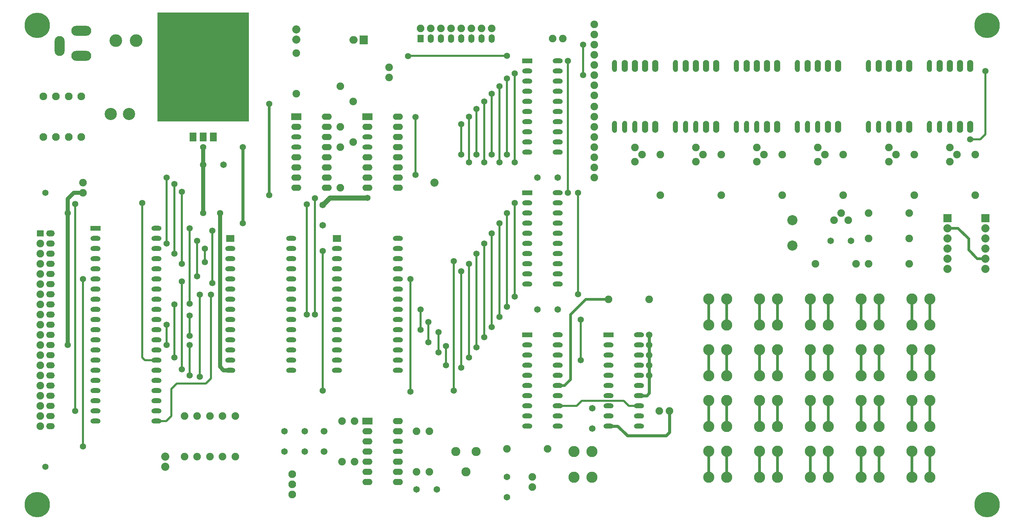
<source format=gtl>
G04 Layer_Physical_Order=1*
G04 Layer_Color=255*
%FSLAX25Y25*%
%MOIN*%
G70*
G01*
G75*
%ADD10C,0.05000*%
%ADD11C,0.02500*%
%ADD12C,0.04000*%
%ADD13C,0.02000*%
%ADD14C,0.03000*%
%ADD15R,0.90000X1.07500*%
%ADD16O,0.19700X0.09800*%
%ADD17O,0.09800X0.19700*%
%ADD18C,0.08000*%
%ADD19R,0.08000X0.08000*%
%ADD20C,0.06500*%
%ADD21C,0.17716*%
%ADD22R,0.07000X0.09000*%
%ADD23C,0.25000*%
%ADD24C,0.07600*%
%ADD25O,0.08000X0.07600*%
%ADD26R,0.08000X0.08500*%
%ADD27C,0.09000*%
%ADD28C,0.07500*%
%ADD29C,0.12000*%
%ADD30R,0.06000X0.07500*%
%ADD31O,0.06000X0.08500*%
%ADD32R,0.10000X0.05000*%
%ADD33O,0.10000X0.05000*%
%ADD34R,0.08000X0.06500*%
%ADD35O,0.10000X0.06000*%
%ADD36R,0.10000X0.07000*%
%ADD37C,0.10000*%
%ADD38C,0.12500*%
%ADD39O,0.05000X0.12000*%
%ADD40O,0.06000X0.12000*%
%ADD41C,0.11000*%
%ADD42R,0.07000X0.06000*%
%ADD43O,0.08500X0.06000*%
%ADD44C,0.06693*%
%ADD45C,0.06200*%
%ADD46C,0.05000*%
D10*
X917000Y705000D02*
X954000D01*
X910000Y698000D02*
X917000Y705000D01*
D11*
X1546000Y653500D02*
Y664500D01*
X1535500Y675000D02*
X1546000Y664500D01*
X1525000Y675000D02*
X1535500D01*
X1554500Y645000D02*
X1562500D01*
X1546000Y653500D02*
X1554500Y645000D01*
X1169000Y605000D02*
X1191000D01*
X1154000Y590000D02*
X1169000Y605000D01*
X1340150Y479700D02*
Y505300D01*
Y429700D02*
Y455300D01*
X1507850Y579700D02*
Y605300D01*
X1457850Y579700D02*
Y605300D01*
X1407850Y579700D02*
Y605300D01*
X1340150Y579700D02*
Y605300D01*
Y529700D02*
Y555300D01*
X1290150Y579700D02*
Y605300D01*
X1307850Y579700D02*
Y605300D01*
X1290150Y529700D02*
Y555300D01*
X1357850Y579700D02*
Y605300D01*
Y529700D02*
Y555300D01*
X1390150Y579700D02*
Y605300D01*
X1307850Y529700D02*
Y555300D01*
X1440150Y579700D02*
Y605300D01*
X1457850Y529700D02*
Y555300D01*
X1490150Y579700D02*
Y605300D01*
X1507850Y529700D02*
Y555300D01*
X1290150Y479700D02*
Y505300D01*
X1357850Y479700D02*
Y505300D01*
X1407850Y529700D02*
Y555300D01*
X1390150Y529700D02*
Y555300D01*
X1407850Y479700D02*
Y505300D01*
X1440150Y529700D02*
Y555300D01*
X1307850Y479700D02*
Y505300D01*
X1490150Y529700D02*
Y555300D01*
X1507850Y479700D02*
Y505300D01*
X1290150Y429700D02*
Y455300D01*
X1457850Y479700D02*
Y505300D01*
X1390150Y479700D02*
Y505300D01*
X1357850Y429700D02*
Y455300D01*
X1440150Y479700D02*
Y505300D01*
X1407850Y429700D02*
Y455300D01*
X1490150Y479700D02*
Y505300D01*
X1457850Y429700D02*
Y455300D01*
X1307850Y429700D02*
Y455300D01*
X1507850Y429700D02*
Y455300D01*
X1390150Y429700D02*
Y455300D01*
X1440150Y429700D02*
Y455300D01*
X1490150Y429700D02*
Y455300D01*
X1141500Y520000D02*
X1148000D01*
X1154000Y526000D01*
Y590000D01*
X857500Y707500D02*
Y797500D01*
D12*
X792500Y690000D02*
Y737500D01*
Y738920D02*
Y755000D01*
X659000Y560000D02*
Y690000D01*
X809000Y538500D02*
Y690000D01*
Y538500D02*
X812500Y535000D01*
X819000D01*
X665000Y710000D02*
X674000D01*
X659000Y704000D02*
X665000Y710000D01*
X659000Y690000D02*
Y704000D01*
D13*
X786500Y627500D02*
Y662500D01*
X994500Y845000D02*
X1091500D01*
X994000Y844500D02*
X994500Y845000D01*
X1548500Y762500D02*
X1557500D01*
X1562500Y767500D01*
X746500Y485000D02*
X756000D01*
X674000Y460000D02*
Y625000D01*
X764000Y547500D02*
Y600000D01*
X756500Y560000D02*
Y580000D01*
X761000Y490000D02*
Y516500D01*
X756000Y485000D02*
X761000Y490000D01*
Y516500D02*
X766500Y522000D01*
X789000Y528500D02*
Y609500D01*
X794000Y641500D02*
Y655000D01*
X779000Y530000D02*
Y560000D01*
Y569000D02*
Y589000D01*
X771500Y536000D02*
Y622500D01*
X801500Y621000D02*
Y672500D01*
X894500Y590000D02*
Y698500D01*
X1014000Y562500D02*
Y582500D01*
X1006500Y575000D02*
Y595000D01*
X1001500Y727500D02*
Y784500D01*
X996500Y514000D02*
Y625000D01*
X1039000Y515000D02*
Y642500D01*
X1046500Y537500D02*
Y632500D01*
Y747500D02*
Y777500D01*
X1054000Y740000D02*
Y785000D01*
Y547500D02*
Y640000D01*
X1031500Y540000D02*
Y559000D01*
X1024000Y552500D02*
Y572500D01*
X1084000Y587500D02*
Y680000D01*
Y740000D02*
Y815000D01*
X1069000Y567500D02*
Y660000D01*
Y740000D02*
Y800000D01*
X1076500Y577500D02*
Y670000D01*
Y747500D02*
Y807500D01*
X1061500Y557500D02*
Y650000D01*
Y747500D02*
Y792500D01*
X1099000Y607500D02*
Y700000D01*
Y740000D02*
Y827500D01*
X1091500Y597500D02*
Y690000D01*
Y747500D02*
Y822500D01*
X1151500Y710000D02*
Y840000D01*
X1164000Y545000D02*
Y585000D01*
X779000Y600000D02*
Y600500D01*
Y675000D01*
X1166500Y826000D02*
Y856000D01*
X1562500Y767500D02*
Y830000D01*
X902500Y590000D02*
Y704500D01*
X910000Y515000D02*
Y652500D01*
X766500Y522000D02*
X795000D01*
X800000Y527000D01*
Y609500D01*
X1211500Y500000D02*
X1221500D01*
X1206500Y505000D02*
X1211500Y500000D01*
X1165000Y505000D02*
X1206500D01*
X1160000Y500000D02*
X1165000Y505000D01*
X1141500Y500000D02*
X1160000D01*
X1161500Y610000D02*
Y710000D01*
X735000Y545000D02*
X746500D01*
X732500Y547500D02*
X735000Y545000D01*
X756500Y660000D02*
Y725000D01*
X764000Y650000D02*
Y718500D01*
X771500Y640000D02*
Y711000D01*
X666500Y495000D02*
Y699000D01*
X732500Y547500D02*
Y700000D01*
D14*
X831500Y680000D02*
Y755000D01*
X1210000Y470500D02*
X1248000D01*
X1251500Y474000D01*
Y495000D01*
X1200500Y480000D02*
X1210000Y470500D01*
X1191500Y480000D02*
X1200500D01*
X1229000Y510000D02*
X1231500Y512500D01*
X1221500Y510000D02*
X1229000D01*
X1231500Y512500D02*
Y530000D01*
Y540000D01*
Y550000D01*
Y560000D01*
Y570000D01*
D15*
X792500Y833750D02*
D03*
D16*
X672500Y869500D02*
D03*
Y844900D02*
D03*
D17*
X651300Y854700D02*
D03*
D18*
X1562500Y635000D02*
D03*
Y645000D02*
D03*
Y655000D02*
D03*
Y675000D02*
D03*
Y665000D02*
D03*
X1525000D02*
D03*
Y675000D02*
D03*
Y655000D02*
D03*
Y645000D02*
D03*
Y635000D02*
D03*
X755000Y440000D02*
D03*
Y450000D02*
D03*
X884000Y871000D02*
D03*
Y861000D02*
D03*
X1020000Y720000D02*
D03*
D19*
X1562500Y685000D02*
D03*
X1525000D02*
D03*
D20*
X1231500Y570000D02*
D03*
Y530000D02*
D03*
Y540000D02*
D03*
Y550000D02*
D03*
Y560000D02*
D03*
X1410000Y662500D02*
D03*
X1430000D02*
D03*
X1002500Y417500D02*
D03*
X1022500D02*
D03*
X892500Y455000D02*
D03*
X872500D02*
D03*
X892500Y475000D02*
D03*
X872500D02*
D03*
X1091500Y430000D02*
D03*
Y410000D02*
D03*
X1175500Y497500D02*
D03*
Y477500D02*
D03*
X1141500Y595000D02*
D03*
X1121500D02*
D03*
X910000Y678000D02*
D03*
Y698000D02*
D03*
X1141500Y725000D02*
D03*
X1121500D02*
D03*
X812500Y737500D02*
D03*
X792500D02*
D03*
D21*
Y835000D02*
D03*
D22*
X802500Y765000D02*
D03*
X792500D02*
D03*
X782500D02*
D03*
D23*
X629000Y402500D02*
D03*
Y875000D02*
D03*
X1564000D02*
D03*
Y402500D02*
D03*
D24*
X635000Y765000D02*
D03*
Y805000D02*
D03*
X660000Y765000D02*
D03*
Y805000D02*
D03*
X647500D02*
D03*
Y765000D02*
D03*
X672500Y805000D02*
D03*
Y765000D02*
D03*
X880000Y412500D02*
D03*
Y422500D02*
D03*
Y432500D02*
D03*
D25*
X940500Y860500D02*
D03*
D26*
X950500D02*
D03*
D27*
X1061000Y455000D02*
D03*
X1041000D02*
D03*
X1051000Y435000D02*
D03*
D28*
X1177500Y795000D02*
D03*
Y785000D02*
D03*
Y775000D02*
D03*
Y725000D02*
D03*
Y735000D02*
D03*
Y745000D02*
D03*
Y755000D02*
D03*
Y765000D02*
D03*
Y876000D02*
D03*
Y866000D02*
D03*
Y856000D02*
D03*
Y806000D02*
D03*
Y816000D02*
D03*
Y826000D02*
D03*
Y836000D02*
D03*
Y846000D02*
D03*
X1191500Y605000D02*
D03*
X1231500D02*
D03*
X1076500Y872000D02*
D03*
X1066500D02*
D03*
X1056500D02*
D03*
X1046500D02*
D03*
X1036500D02*
D03*
X1026500D02*
D03*
X1016500D02*
D03*
X1006500D02*
D03*
X1395000Y640000D02*
D03*
X1435000D02*
D03*
X1447500Y690000D02*
D03*
X1487500D02*
D03*
X1015000Y435000D02*
D03*
Y475000D02*
D03*
X1002500Y435000D02*
D03*
Y475000D02*
D03*
X941500Y445000D02*
D03*
Y485000D02*
D03*
X929000Y445000D02*
D03*
Y485000D02*
D03*
X1131500Y457500D02*
D03*
X1091500D02*
D03*
X884000Y847500D02*
D03*
Y807500D02*
D03*
X1447500Y640000D02*
D03*
X1487500D02*
D03*
X674000Y720000D02*
D03*
Y710000D02*
D03*
X975500Y833500D02*
D03*
Y823500D02*
D03*
X1146500Y862000D02*
D03*
X1136500D02*
D03*
X1116500Y420000D02*
D03*
Y430000D02*
D03*
X1241500Y495000D02*
D03*
X1251500D02*
D03*
X774000Y450000D02*
D03*
Y490000D02*
D03*
X786500Y450000D02*
D03*
Y490000D02*
D03*
X799000Y450000D02*
D03*
Y490000D02*
D03*
X811500Y450000D02*
D03*
Y490000D02*
D03*
X824000Y450000D02*
D03*
Y490000D02*
D03*
X1552500Y707500D02*
D03*
Y747500D02*
D03*
X1534500D02*
D03*
X1527500Y740500D02*
D03*
Y754500D02*
D03*
X1492500Y747500D02*
D03*
Y707500D02*
D03*
X1467500Y754500D02*
D03*
Y740500D02*
D03*
X1474500Y747500D02*
D03*
X1422500D02*
D03*
Y707500D02*
D03*
X1404500Y747500D02*
D03*
X1397500Y740500D02*
D03*
Y754500D02*
D03*
X1362500Y747500D02*
D03*
Y707500D02*
D03*
X1337500Y754500D02*
D03*
Y740500D02*
D03*
X1344500Y747500D02*
D03*
X1302500D02*
D03*
Y707500D02*
D03*
X1284500Y747500D02*
D03*
X1277500Y740500D02*
D03*
Y754500D02*
D03*
X1242500Y747500D02*
D03*
Y707500D02*
D03*
X1217500Y754500D02*
D03*
Y740500D02*
D03*
X1224500Y747500D02*
D03*
X1487500Y665000D02*
D03*
X1447500D02*
D03*
X632000Y660000D02*
D03*
Y650000D02*
D03*
Y640000D02*
D03*
Y630000D02*
D03*
Y620000D02*
D03*
Y610000D02*
D03*
Y600000D02*
D03*
Y590000D02*
D03*
Y580000D02*
D03*
Y570000D02*
D03*
Y560000D02*
D03*
Y550000D02*
D03*
Y540000D02*
D03*
Y530000D02*
D03*
Y520000D02*
D03*
Y510000D02*
D03*
Y500000D02*
D03*
Y490000D02*
D03*
Y480000D02*
D03*
X1413500Y683000D02*
D03*
X1427500D02*
D03*
X1420500Y690000D02*
D03*
X940000Y760000D02*
D03*
Y800000D02*
D03*
X927500Y775000D02*
D03*
Y815000D02*
D03*
Y755000D02*
D03*
Y715000D02*
D03*
D29*
X701500Y787500D02*
D03*
X719500D02*
D03*
D30*
X1006500Y862000D02*
D03*
D31*
X1076500D02*
D03*
X1066500D02*
D03*
X1056500D02*
D03*
X1046500D02*
D03*
X1036500D02*
D03*
X1026500D02*
D03*
X1016500D02*
D03*
D32*
X686500Y675000D02*
D03*
X1111500Y840000D02*
D03*
Y710000D02*
D03*
Y570000D02*
D03*
X1191500D02*
D03*
D33*
X686500Y665000D02*
D03*
Y655000D02*
D03*
Y645000D02*
D03*
Y635000D02*
D03*
Y625000D02*
D03*
Y615000D02*
D03*
Y605000D02*
D03*
Y595000D02*
D03*
Y585000D02*
D03*
Y575000D02*
D03*
Y565000D02*
D03*
Y555000D02*
D03*
Y545000D02*
D03*
Y535000D02*
D03*
Y525000D02*
D03*
Y515000D02*
D03*
Y505000D02*
D03*
Y495000D02*
D03*
Y485000D02*
D03*
X746500D02*
D03*
Y495000D02*
D03*
Y505000D02*
D03*
Y515000D02*
D03*
Y525000D02*
D03*
Y535000D02*
D03*
Y545000D02*
D03*
Y555000D02*
D03*
Y565000D02*
D03*
Y575000D02*
D03*
Y585000D02*
D03*
Y595000D02*
D03*
Y605000D02*
D03*
Y615000D02*
D03*
Y625000D02*
D03*
Y635000D02*
D03*
Y645000D02*
D03*
Y655000D02*
D03*
Y665000D02*
D03*
Y675000D02*
D03*
X879000Y665000D02*
D03*
Y655000D02*
D03*
Y645000D02*
D03*
Y635000D02*
D03*
Y625000D02*
D03*
Y615000D02*
D03*
Y605000D02*
D03*
Y595000D02*
D03*
Y585000D02*
D03*
Y575000D02*
D03*
Y565000D02*
D03*
Y555000D02*
D03*
Y545000D02*
D03*
Y535000D02*
D03*
X819000D02*
D03*
Y545000D02*
D03*
Y555000D02*
D03*
Y565000D02*
D03*
Y575000D02*
D03*
Y585000D02*
D03*
Y595000D02*
D03*
Y605000D02*
D03*
Y615000D02*
D03*
Y625000D02*
D03*
Y635000D02*
D03*
Y645000D02*
D03*
Y655000D02*
D03*
X924000D02*
D03*
Y645000D02*
D03*
Y635000D02*
D03*
Y625000D02*
D03*
Y615000D02*
D03*
Y605000D02*
D03*
Y595000D02*
D03*
Y585000D02*
D03*
Y575000D02*
D03*
Y565000D02*
D03*
Y555000D02*
D03*
Y545000D02*
D03*
Y535000D02*
D03*
X984000D02*
D03*
Y545000D02*
D03*
Y555000D02*
D03*
Y565000D02*
D03*
Y575000D02*
D03*
Y585000D02*
D03*
Y595000D02*
D03*
Y605000D02*
D03*
Y615000D02*
D03*
Y625000D02*
D03*
Y635000D02*
D03*
Y645000D02*
D03*
Y655000D02*
D03*
Y665000D02*
D03*
Y465000D02*
D03*
Y455000D02*
D03*
X884000Y755000D02*
D03*
Y765000D02*
D03*
X954000Y755000D02*
D03*
Y765000D02*
D03*
X1111500Y830000D02*
D03*
Y820000D02*
D03*
Y810000D02*
D03*
Y800000D02*
D03*
Y790000D02*
D03*
Y780000D02*
D03*
Y770000D02*
D03*
Y760000D02*
D03*
Y750000D02*
D03*
X1141500D02*
D03*
Y760000D02*
D03*
Y770000D02*
D03*
Y780000D02*
D03*
Y790000D02*
D03*
Y800000D02*
D03*
Y810000D02*
D03*
Y820000D02*
D03*
Y830000D02*
D03*
Y840000D02*
D03*
X1111500Y700000D02*
D03*
Y690000D02*
D03*
Y680000D02*
D03*
Y670000D02*
D03*
Y660000D02*
D03*
Y650000D02*
D03*
Y640000D02*
D03*
Y630000D02*
D03*
Y620000D02*
D03*
X1141500D02*
D03*
Y630000D02*
D03*
Y640000D02*
D03*
Y650000D02*
D03*
Y660000D02*
D03*
Y670000D02*
D03*
Y680000D02*
D03*
Y690000D02*
D03*
Y700000D02*
D03*
Y710000D02*
D03*
X1111500Y560000D02*
D03*
Y550000D02*
D03*
Y540000D02*
D03*
Y530000D02*
D03*
Y520000D02*
D03*
Y510000D02*
D03*
Y500000D02*
D03*
Y490000D02*
D03*
Y480000D02*
D03*
X1141500D02*
D03*
Y490000D02*
D03*
Y500000D02*
D03*
Y510000D02*
D03*
Y520000D02*
D03*
Y530000D02*
D03*
Y540000D02*
D03*
Y550000D02*
D03*
Y560000D02*
D03*
Y570000D02*
D03*
X1191500Y560000D02*
D03*
Y550000D02*
D03*
Y540000D02*
D03*
Y530000D02*
D03*
Y520000D02*
D03*
Y510000D02*
D03*
Y500000D02*
D03*
Y490000D02*
D03*
Y480000D02*
D03*
X1221500D02*
D03*
Y490000D02*
D03*
Y500000D02*
D03*
Y510000D02*
D03*
Y520000D02*
D03*
Y530000D02*
D03*
Y540000D02*
D03*
Y550000D02*
D03*
Y560000D02*
D03*
Y570000D02*
D03*
D34*
X819000Y665000D02*
D03*
X924000D02*
D03*
D35*
X984000Y485000D02*
D03*
Y475000D02*
D03*
Y445000D02*
D03*
Y435000D02*
D03*
Y425000D02*
D03*
X954000D02*
D03*
Y435000D02*
D03*
Y445000D02*
D03*
Y455000D02*
D03*
Y465000D02*
D03*
Y475000D02*
D03*
X914000Y785000D02*
D03*
Y775000D02*
D03*
Y765000D02*
D03*
Y755000D02*
D03*
Y745000D02*
D03*
Y735000D02*
D03*
Y725000D02*
D03*
Y715000D02*
D03*
X884000D02*
D03*
Y725000D02*
D03*
Y735000D02*
D03*
Y745000D02*
D03*
Y775000D02*
D03*
X984000Y785000D02*
D03*
Y775000D02*
D03*
Y765000D02*
D03*
Y755000D02*
D03*
Y745000D02*
D03*
Y735000D02*
D03*
Y725000D02*
D03*
Y715000D02*
D03*
X954000D02*
D03*
Y725000D02*
D03*
Y735000D02*
D03*
Y745000D02*
D03*
Y775000D02*
D03*
D36*
Y485000D02*
D03*
X884000Y785000D02*
D03*
X954000D02*
D03*
D37*
X1372500Y683000D02*
D03*
Y658000D02*
D03*
D38*
X706500Y860000D02*
D03*
X726500D02*
D03*
D39*
X1197500Y835000D02*
D03*
X1217500Y775000D02*
D03*
X1207500D02*
D03*
X1197500D02*
D03*
X1257500D02*
D03*
X1267500D02*
D03*
X1277500D02*
D03*
X1257500Y835000D02*
D03*
X1317500D02*
D03*
X1337500Y775000D02*
D03*
X1327500D02*
D03*
X1317500D02*
D03*
X1377500D02*
D03*
X1387500D02*
D03*
X1397500D02*
D03*
X1377500Y835000D02*
D03*
X1447500D02*
D03*
X1467500Y775000D02*
D03*
X1457500D02*
D03*
X1447500D02*
D03*
X1507500D02*
D03*
X1517500D02*
D03*
X1527500D02*
D03*
X1507500Y835000D02*
D03*
D40*
X1207500D02*
D03*
X1217500D02*
D03*
X1227500D02*
D03*
X1237500D02*
D03*
Y775000D02*
D03*
X1227500D02*
D03*
X1287500D02*
D03*
X1297500D02*
D03*
Y835000D02*
D03*
X1287500D02*
D03*
X1277500D02*
D03*
X1267500D02*
D03*
X1327500D02*
D03*
X1337500D02*
D03*
X1347500D02*
D03*
X1357500D02*
D03*
Y775000D02*
D03*
X1347500D02*
D03*
X1407500D02*
D03*
X1417500D02*
D03*
Y835000D02*
D03*
X1407500D02*
D03*
X1397500D02*
D03*
X1387500D02*
D03*
X1457500D02*
D03*
X1467500D02*
D03*
X1477500D02*
D03*
X1487500D02*
D03*
Y775000D02*
D03*
X1477500D02*
D03*
X1537500D02*
D03*
X1547500D02*
D03*
Y835000D02*
D03*
X1537500D02*
D03*
X1527500D02*
D03*
X1517500D02*
D03*
D41*
X1340150Y579700D02*
D03*
X1357850Y605300D02*
D03*
X1340150D02*
D03*
X1357850Y579700D02*
D03*
X1407850D02*
D03*
X1390150Y605300D02*
D03*
X1407850D02*
D03*
X1390150Y579700D02*
D03*
X1440150D02*
D03*
X1457850Y605300D02*
D03*
X1440150D02*
D03*
X1457850Y579700D02*
D03*
X1507850D02*
D03*
X1490150Y605300D02*
D03*
X1507850D02*
D03*
X1490150Y579700D02*
D03*
X1340150Y529700D02*
D03*
X1357850Y555300D02*
D03*
X1340150D02*
D03*
X1357850Y529700D02*
D03*
X1407850D02*
D03*
X1390150Y555300D02*
D03*
X1407850D02*
D03*
X1390150Y529700D02*
D03*
X1440150D02*
D03*
X1457850Y555300D02*
D03*
X1440150D02*
D03*
X1457850Y529700D02*
D03*
X1507850D02*
D03*
X1490150Y555300D02*
D03*
X1507850D02*
D03*
X1490150Y529700D02*
D03*
X1340150Y479700D02*
D03*
X1357850Y505300D02*
D03*
X1340150D02*
D03*
X1357850Y479700D02*
D03*
X1407850D02*
D03*
X1390150Y505300D02*
D03*
X1407850D02*
D03*
X1390150Y479700D02*
D03*
X1440150D02*
D03*
X1457850Y505300D02*
D03*
X1440150D02*
D03*
X1457850Y479700D02*
D03*
X1507850D02*
D03*
X1490150Y505300D02*
D03*
X1507850D02*
D03*
X1490150Y479700D02*
D03*
X1340150Y429700D02*
D03*
X1357850Y455300D02*
D03*
X1340150D02*
D03*
X1357850Y429700D02*
D03*
X1407850D02*
D03*
X1390150Y455300D02*
D03*
X1407850D02*
D03*
X1390150Y429700D02*
D03*
X1440150D02*
D03*
X1457850Y455300D02*
D03*
X1440150D02*
D03*
X1457850Y429700D02*
D03*
X1507850D02*
D03*
X1490150Y455300D02*
D03*
X1507850D02*
D03*
X1490150Y429700D02*
D03*
X1290150Y579700D02*
D03*
X1307850Y605300D02*
D03*
X1290150D02*
D03*
X1307850Y579700D02*
D03*
Y529700D02*
D03*
X1290150Y555300D02*
D03*
X1307850D02*
D03*
X1290150Y529700D02*
D03*
Y479700D02*
D03*
X1307850Y505300D02*
D03*
X1290150D02*
D03*
X1307850Y479700D02*
D03*
Y429700D02*
D03*
X1290150Y455300D02*
D03*
X1307850D02*
D03*
X1290150Y429700D02*
D03*
X1157500Y429400D02*
D03*
X1175200Y455000D02*
D03*
X1157500D02*
D03*
X1175200Y429400D02*
D03*
D42*
X632000Y670000D02*
D03*
D43*
X642000D02*
D03*
Y660000D02*
D03*
Y650000D02*
D03*
Y640000D02*
D03*
Y630000D02*
D03*
Y620000D02*
D03*
Y610000D02*
D03*
Y600000D02*
D03*
Y590000D02*
D03*
Y580000D02*
D03*
Y570000D02*
D03*
Y560000D02*
D03*
Y550000D02*
D03*
Y540000D02*
D03*
Y530000D02*
D03*
Y520000D02*
D03*
Y510000D02*
D03*
Y500000D02*
D03*
Y490000D02*
D03*
Y480000D02*
D03*
D44*
X911500Y455000D02*
D03*
Y475000D02*
D03*
D45*
X792500Y690000D02*
D03*
Y755000D02*
D03*
X786500Y662500D02*
D03*
X994000Y844500D02*
D03*
X1091500Y845000D02*
D03*
X1547500Y762500D02*
D03*
X666500Y495000D02*
D03*
X659000Y560000D02*
D03*
Y690000D02*
D03*
X674000Y625000D02*
D03*
Y460000D02*
D03*
X764000Y650000D02*
D03*
Y600000D02*
D03*
Y547500D02*
D03*
X756500Y660000D02*
D03*
Y580000D02*
D03*
Y560000D02*
D03*
X789000Y609500D02*
D03*
Y528500D02*
D03*
X794000Y641500D02*
D03*
Y655000D02*
D03*
X786500Y627500D02*
D03*
X779000Y675000D02*
D03*
Y600500D02*
D03*
Y560000D02*
D03*
Y530000D02*
D03*
Y589000D02*
D03*
Y569000D02*
D03*
X771500Y640000D02*
D03*
Y622500D02*
D03*
Y536000D02*
D03*
X831500Y755000D02*
D03*
Y680000D02*
D03*
X809000Y690000D02*
D03*
X801500Y672500D02*
D03*
Y621000D02*
D03*
X894500Y590000D02*
D03*
Y698500D02*
D03*
X954000Y705000D02*
D03*
X1014000Y582500D02*
D03*
Y562500D02*
D03*
X1006500Y575000D02*
D03*
Y595000D02*
D03*
X1001500Y727500D02*
D03*
Y784500D02*
D03*
X996500Y625000D02*
D03*
Y514000D02*
D03*
X1039000Y515000D02*
D03*
Y642500D02*
D03*
X1046500Y537500D02*
D03*
Y632500D02*
D03*
Y777500D02*
D03*
Y747500D02*
D03*
X1054000Y785000D02*
D03*
Y740000D02*
D03*
Y547500D02*
D03*
Y640000D02*
D03*
X1031500Y540000D02*
D03*
Y559000D02*
D03*
X1024000Y572500D02*
D03*
Y552500D02*
D03*
X1084000Y815000D02*
D03*
Y587500D02*
D03*
Y680000D02*
D03*
Y740000D02*
D03*
X1069000Y567500D02*
D03*
Y660000D02*
D03*
Y740000D02*
D03*
Y800000D02*
D03*
X1076500Y807500D02*
D03*
Y577500D02*
D03*
Y670000D02*
D03*
Y747500D02*
D03*
X1061500Y557500D02*
D03*
Y650000D02*
D03*
Y747500D02*
D03*
Y792500D02*
D03*
X1099000Y607500D02*
D03*
Y700000D02*
D03*
Y740000D02*
D03*
Y827500D02*
D03*
X1091500Y597500D02*
D03*
Y690000D02*
D03*
Y747500D02*
D03*
Y822500D02*
D03*
X1151500Y710000D02*
D03*
Y840000D02*
D03*
X1161500Y710000D02*
D03*
X1166500Y826000D02*
D03*
Y856000D02*
D03*
X1562500Y830000D02*
D03*
X1164000Y585000D02*
D03*
Y545000D02*
D03*
X902500Y704500D02*
D03*
Y590000D02*
D03*
X910000Y652500D02*
D03*
Y515000D02*
D03*
X800000Y609500D02*
D03*
X1161500Y610000D02*
D03*
X756500Y725000D02*
D03*
X764000Y718500D02*
D03*
X771500Y711000D02*
D03*
X666500Y699000D02*
D03*
X732500Y700000D02*
D03*
X857500Y707500D02*
D03*
Y797500D02*
D03*
X637000Y710000D02*
D03*
Y440000D02*
D03*
D46*
X832500Y880500D02*
D03*
X752500D02*
D03*
X762500D02*
D03*
X772500D02*
D03*
X782500D02*
D03*
X792500D02*
D03*
X802500D02*
D03*
X812500D02*
D03*
X822500D02*
D03*
X832500Y870500D02*
D03*
X752500D02*
D03*
X762500D02*
D03*
X772500D02*
D03*
X782500D02*
D03*
X792500D02*
D03*
X802500D02*
D03*
X812500D02*
D03*
X822500D02*
D03*
X832500Y860500D02*
D03*
Y850500D02*
D03*
Y840500D02*
D03*
Y830500D02*
D03*
Y820500D02*
D03*
Y810500D02*
D03*
Y800500D02*
D03*
Y790500D02*
D03*
X752500Y860500D02*
D03*
Y850500D02*
D03*
Y840500D02*
D03*
Y830500D02*
D03*
Y820500D02*
D03*
Y810500D02*
D03*
Y800500D02*
D03*
Y790500D02*
D03*
X804500Y827500D02*
D03*
Y842500D02*
D03*
X780500Y827500D02*
D03*
X781000Y842500D02*
D03*
X792500Y820500D02*
D03*
X762500Y790500D02*
D03*
Y800500D02*
D03*
Y810500D02*
D03*
Y820500D02*
D03*
Y830500D02*
D03*
Y840500D02*
D03*
Y850500D02*
D03*
Y860500D02*
D03*
X772500D02*
D03*
X782500D02*
D03*
X792500D02*
D03*
X802500D02*
D03*
X812500D02*
D03*
X822500D02*
D03*
Y850500D02*
D03*
Y840500D02*
D03*
Y830500D02*
D03*
Y820500D02*
D03*
Y810500D02*
D03*
Y790500D02*
D03*
Y800500D02*
D03*
X812500D02*
D03*
Y790500D02*
D03*
X802500D02*
D03*
X792500D02*
D03*
X782500D02*
D03*
X772500D02*
D03*
Y800500D02*
D03*
X782500D02*
D03*
X792500D02*
D03*
X802500D02*
D03*
X812500Y830500D02*
D03*
Y840500D02*
D03*
Y850500D02*
D03*
X802500D02*
D03*
X792500D02*
D03*
X782500D02*
D03*
X772500D02*
D03*
Y840500D02*
D03*
Y830500D02*
D03*
Y820500D02*
D03*
Y810500D02*
D03*
X812500D02*
D03*
Y820500D02*
D03*
X802500D02*
D03*
Y810500D02*
D03*
X792500D02*
D03*
X782500D02*
D03*
Y820500D02*
D03*
M02*

</source>
